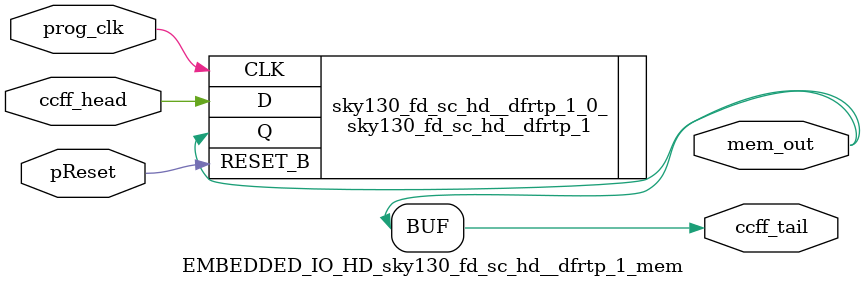
<source format=v>
`timescale 1ns / 1ps

`default_nettype none

// ----- Verilog module for mux_tree_tapbuf_size10_mem -----
module mux_tree_tapbuf_size10_mem(pReset,
                                  prog_clk,
                                  ccff_head,
                                  ccff_tail,
                                  mem_out);
//----- GLOBAL PORTS -----
input [0:0] pReset;
//----- GLOBAL PORTS -----
input [0:0] prog_clk;
//----- INPUT PORTS -----
input [0:0] ccff_head;
//----- OUTPUT PORTS -----
output [0:0] ccff_tail;
//----- OUTPUT PORTS -----
output [0:3] mem_out;

//----- BEGIN wire-connection ports -----
//----- END wire-connection ports -----


//----- BEGIN Registered ports -----
//----- END Registered ports -----



// ----- BEGIN Local short connections -----
// ----- END Local short connections -----
// ----- BEGIN Local output short connections -----
	assign ccff_tail[0] = mem_out[3];
// ----- END Local output short connections -----

	sky130_fd_sc_hd__dfrtp_1 sky130_fd_sc_hd__dfrtp_1_0_ (
		.RESET_B(pReset),
		.CLK(prog_clk),
		.D(ccff_head),
		.Q(mem_out[0]));

	sky130_fd_sc_hd__dfrtp_1 sky130_fd_sc_hd__dfrtp_1_1_ (
		.RESET_B(pReset),
		.CLK(prog_clk),
		.D(mem_out[0]),
		.Q(mem_out[1]));

	sky130_fd_sc_hd__dfrtp_1 sky130_fd_sc_hd__dfrtp_1_2_ (
		.RESET_B(pReset),
		.CLK(prog_clk),
		.D(mem_out[1]),
		.Q(mem_out[2]));

	sky130_fd_sc_hd__dfrtp_1 sky130_fd_sc_hd__dfrtp_1_3_ (
		.RESET_B(pReset),
		.CLK(prog_clk),
		.D(mem_out[2]),
		.Q(mem_out[3]));

endmodule
// ----- END Verilog module for mux_tree_tapbuf_size10_mem -----

//----- Default net type -----
`default_nettype none




//----- Default net type -----
`default_nettype none

// ----- Verilog module for mux_tree_tapbuf_size6_mem -----
module mux_tree_tapbuf_size6_mem(pReset,
                                 prog_clk,
                                 ccff_head,
                                 ccff_tail,
                                 mem_out);
//----- GLOBAL PORTS -----
input [0:0] pReset;
//----- GLOBAL PORTS -----
input [0:0] prog_clk;
//----- INPUT PORTS -----
input [0:0] ccff_head;
//----- OUTPUT PORTS -----
output [0:0] ccff_tail;
//----- OUTPUT PORTS -----
output [0:2] mem_out;

//----- BEGIN wire-connection ports -----
//----- END wire-connection ports -----


//----- BEGIN Registered ports -----
//----- END Registered ports -----



// ----- BEGIN Local short connections -----
// ----- END Local short connections -----
// ----- BEGIN Local output short connections -----
	assign ccff_tail[0] = mem_out[2];
// ----- END Local output short connections -----

	sky130_fd_sc_hd__dfrtp_1 sky130_fd_sc_hd__dfrtp_1_0_ (
		.RESET_B(pReset),
		.CLK(prog_clk),
		.D(ccff_head),
		.Q(mem_out[0]));

	sky130_fd_sc_hd__dfrtp_1 sky130_fd_sc_hd__dfrtp_1_1_ (
		.RESET_B(pReset),
		.CLK(prog_clk),
		.D(mem_out[0]),
		.Q(mem_out[1]));

	sky130_fd_sc_hd__dfrtp_1 sky130_fd_sc_hd__dfrtp_1_2_ (
		.RESET_B(pReset),
		.CLK(prog_clk),
		.D(mem_out[1]),
		.Q(mem_out[2]));

endmodule
// ----- END Verilog module for mux_tree_tapbuf_size6_mem -----

//----- Default net type -----
`default_nettype none




//----- Default net type -----
`default_nettype none

// ----- Verilog module for mux_tree_tapbuf_size2_mem -----
module mux_tree_tapbuf_size2_mem(pReset,
                                 prog_clk,
                                 ccff_head,
                                 ccff_tail,
                                 mem_out);
//----- GLOBAL PORTS -----
input [0:0] pReset;
//----- GLOBAL PORTS -----
input [0:0] prog_clk;
//----- INPUT PORTS -----
input [0:0] ccff_head;
//----- OUTPUT PORTS -----
output [0:0] ccff_tail;
//----- OUTPUT PORTS -----
output [0:1] mem_out;

//----- BEGIN wire-connection ports -----
//----- END wire-connection ports -----


//----- BEGIN Registered ports -----
//----- END Registered ports -----



// ----- BEGIN Local short connections -----
// ----- END Local short connections -----
// ----- BEGIN Local output short connections -----
	assign ccff_tail[0] = mem_out[1];
// ----- END Local output short connections -----

	sky130_fd_sc_hd__dfrtp_1 sky130_fd_sc_hd__dfrtp_1_0_ (
		.RESET_B(pReset),
		.CLK(prog_clk),
		.D(ccff_head),
		.Q(mem_out[0]));

	sky130_fd_sc_hd__dfrtp_1 sky130_fd_sc_hd__dfrtp_1_1_ (
		.RESET_B(pReset),
		.CLK(prog_clk),
		.D(mem_out[0]),
		.Q(mem_out[1]));

endmodule
// ----- END Verilog module for mux_tree_tapbuf_size2_mem -----

//----- Default net type -----
`default_nettype none




//----- Default net type -----
`default_nettype none

// ----- Verilog module for mux_tree_tapbuf_size17_mem -----
module mux_tree_tapbuf_size17_mem(pReset,
                                  prog_clk,
                                  ccff_head,
                                  ccff_tail,
                                  mem_out);
//----- GLOBAL PORTS -----
input [0:0] pReset;
//----- GLOBAL PORTS -----
input [0:0] prog_clk;
//----- INPUT PORTS -----
input [0:0] ccff_head;
//----- OUTPUT PORTS -----
output [0:0] ccff_tail;
//----- OUTPUT PORTS -----
output [0:4] mem_out;

//----- BEGIN wire-connection ports -----
//----- END wire-connection ports -----


//----- BEGIN Registered ports -----
//----- END Registered ports -----



// ----- BEGIN Local short connections -----
// ----- END Local short connections -----
// ----- BEGIN Local output short connections -----
	assign ccff_tail[0] = mem_out[4];
// ----- END Local output short connections -----

	sky130_fd_sc_hd__dfrtp_1 sky130_fd_sc_hd__dfrtp_1_0_ (
		.RESET_B(pReset),
		.CLK(prog_clk),
		.D(ccff_head),
		.Q(mem_out[0]));

	sky130_fd_sc_hd__dfrtp_1 sky130_fd_sc_hd__dfrtp_1_1_ (
		.RESET_B(pReset),
		.CLK(prog_clk),
		.D(mem_out[0]),
		.Q(mem_out[1]));

	sky130_fd_sc_hd__dfrtp_1 sky130_fd_sc_hd__dfrtp_1_2_ (
		.RESET_B(pReset),
		.CLK(prog_clk),
		.D(mem_out[1]),
		.Q(mem_out[2]));

	sky130_fd_sc_hd__dfrtp_1 sky130_fd_sc_hd__dfrtp_1_3_ (
		.RESET_B(pReset),
		.CLK(prog_clk),
		.D(mem_out[2]),
		.Q(mem_out[3]));

	sky130_fd_sc_hd__dfrtp_1 sky130_fd_sc_hd__dfrtp_1_4_ (
		.RESET_B(pReset),
		.CLK(prog_clk),
		.D(mem_out[3]),
		.Q(mem_out[4]));

endmodule
// ----- END Verilog module for mux_tree_tapbuf_size17_mem -----

//----- Default net type -----
`default_nettype none




//----- Default net type -----
`default_nettype none

// ----- Verilog module for mux_tree_tapbuf_size3_mem -----
module mux_tree_tapbuf_size3_mem(pReset,
                                 prog_clk,
                                 ccff_head,
                                 ccff_tail,
                                 mem_out);
//----- GLOBAL PORTS -----
input [0:0] pReset;
//----- GLOBAL PORTS -----
input [0:0] prog_clk;
//----- INPUT PORTS -----
input [0:0] ccff_head;
//----- OUTPUT PORTS -----
output [0:0] ccff_tail;
//----- OUTPUT PORTS -----
output [0:1] mem_out;

//----- BEGIN wire-connection ports -----
//----- END wire-connection ports -----


//----- BEGIN Registered ports -----
//----- END Registered ports -----



// ----- BEGIN Local short connections -----
// ----- END Local short connections -----
// ----- BEGIN Local output short connections -----
	assign ccff_tail[0] = mem_out[1];
// ----- END Local output short connections -----

	sky130_fd_sc_hd__dfrtp_1 sky130_fd_sc_hd__dfrtp_1_0_ (
		.RESET_B(pReset),
		.CLK(prog_clk),
		.D(ccff_head),
		.Q(mem_out[0]));

	sky130_fd_sc_hd__dfrtp_1 sky130_fd_sc_hd__dfrtp_1_1_ (
		.RESET_B(pReset),
		.CLK(prog_clk),
		.D(mem_out[0]),
		.Q(mem_out[1]));

endmodule
// ----- END Verilog module for mux_tree_tapbuf_size3_mem -----

//----- Default net type -----
`default_nettype none




//----- Default net type -----
`default_nettype none

// ----- Verilog module for mux_tree_tapbuf_size16_mem -----
module mux_tree_tapbuf_size16_mem(pReset,
                                  prog_clk,
                                  ccff_head,
                                  ccff_tail,
                                  mem_out);
//----- GLOBAL PORTS -----
input [0:0] pReset;
//----- GLOBAL PORTS -----
input [0:0] prog_clk;
//----- INPUT PORTS -----
input [0:0] ccff_head;
//----- OUTPUT PORTS -----
output [0:0] ccff_tail;
//----- OUTPUT PORTS -----
output [0:4] mem_out;

//----- BEGIN wire-connection ports -----
//----- END wire-connection ports -----


//----- BEGIN Registered ports -----
//----- END Registered ports -----



// ----- BEGIN Local short connections -----
// ----- END Local short connections -----
// ----- BEGIN Local output short connections -----
	assign ccff_tail[0] = mem_out[4];
// ----- END Local output short connections -----

	sky130_fd_sc_hd__dfrtp_1 sky130_fd_sc_hd__dfrtp_1_0_ (
		.RESET_B(pReset),
		.CLK(prog_clk),
		.D(ccff_head),
		.Q(mem_out[0]));

	sky130_fd_sc_hd__dfrtp_1 sky130_fd_sc_hd__dfrtp_1_1_ (
		.RESET_B(pReset),
		.CLK(prog_clk),
		.D(mem_out[0]),
		.Q(mem_out[1]));

	sky130_fd_sc_hd__dfrtp_1 sky130_fd_sc_hd__dfrtp_1_2_ (
		.RESET_B(pReset),
		.CLK(prog_clk),
		.D(mem_out[1]),
		.Q(mem_out[2]));

	sky130_fd_sc_hd__dfrtp_1 sky130_fd_sc_hd__dfrtp_1_3_ (
		.RESET_B(pReset),
		.CLK(prog_clk),
		.D(mem_out[2]),
		.Q(mem_out[3]));

	sky130_fd_sc_hd__dfrtp_1 sky130_fd_sc_hd__dfrtp_1_4_ (
		.RESET_B(pReset),
		.CLK(prog_clk),
		.D(mem_out[3]),
		.Q(mem_out[4]));

endmodule
// ----- END Verilog module for mux_tree_tapbuf_size16_mem -----

//----- Default net type -----
`default_nettype none




//----- Default net type -----
`default_nettype none

// ----- Verilog module for mux_tree_size2_mem -----
module mux_tree_size2_mem(pReset,
                          prog_clk,
                          ccff_head,
                          ccff_tail,
                          mem_out);
//----- GLOBAL PORTS -----
input [0:0] pReset;
//----- GLOBAL PORTS -----
input [0:0] prog_clk;
//----- INPUT PORTS -----
input [0:0] ccff_head;
//----- OUTPUT PORTS -----
output [0:0] ccff_tail;
//----- OUTPUT PORTS -----
output [0:1] mem_out;

//----- BEGIN wire-connection ports -----
//----- END wire-connection ports -----


//----- BEGIN Registered ports -----
//----- END Registered ports -----



// ----- BEGIN Local short connections -----
// ----- END Local short connections -----
// ----- BEGIN Local output short connections -----
	assign ccff_tail[0] = mem_out[1];
// ----- END Local output short connections -----

	sky130_fd_sc_hd__dfrtp_1 sky130_fd_sc_hd__dfrtp_1_0_ (
		.RESET_B(pReset),
		.CLK(prog_clk),
		.D(ccff_head),
		.Q(mem_out[0]));

	sky130_fd_sc_hd__dfrtp_1 sky130_fd_sc_hd__dfrtp_1_1_ (
		.RESET_B(pReset),
		.CLK(prog_clk),
		.D(mem_out[0]),
		.Q(mem_out[1]));

endmodule
// ----- END Verilog module for mux_tree_size2_mem -----

//----- Default net type -----
`default_nettype none




//----- Default net type -----
`default_nettype none

// ----- Verilog module for frac_lut4_sky130_fd_sc_hd__dfrtp_1_mem -----
module frac_lut4_sky130_fd_sc_hd__dfrtp_1_mem(pReset,
                                              prog_clk,
                                              ccff_head,
                                              ccff_tail,
                                              mem_out);
//----- GLOBAL PORTS -----
input [0:0] pReset;
//----- GLOBAL PORTS -----
input [0:0] prog_clk;
//----- INPUT PORTS -----
input [0:0] ccff_head;
//----- OUTPUT PORTS -----
output [0:0] ccff_tail;
//----- OUTPUT PORTS -----
output [0:16] mem_out;

//----- BEGIN wire-connection ports -----
//----- END wire-connection ports -----


//----- BEGIN Registered ports -----
//----- END Registered ports -----



// ----- BEGIN Local short connections -----
// ----- END Local short connections -----
// ----- BEGIN Local output short connections -----
	assign ccff_tail[0] = mem_out[16];
// ----- END Local output short connections -----

	sky130_fd_sc_hd__dfrtp_1 sky130_fd_sc_hd__dfrtp_1_0_ (
		.RESET_B(pReset),
		.CLK(prog_clk),
		.D(ccff_head),
		.Q(mem_out[0]));

	sky130_fd_sc_hd__dfrtp_1 sky130_fd_sc_hd__dfrtp_1_1_ (
		.RESET_B(pReset),
		.CLK(prog_clk),
		.D(mem_out[0]),
		.Q(mem_out[1]));

	sky130_fd_sc_hd__dfrtp_1 sky130_fd_sc_hd__dfrtp_1_2_ (
		.RESET_B(pReset),
		.CLK(prog_clk),
		.D(mem_out[1]),
		.Q(mem_out[2]));

	sky130_fd_sc_hd__dfrtp_1 sky130_fd_sc_hd__dfrtp_1_3_ (
		.RESET_B(pReset),
		.CLK(prog_clk),
		.D(mem_out[2]),
		.Q(mem_out[3]));

	sky130_fd_sc_hd__dfrtp_1 sky130_fd_sc_hd__dfrtp_1_4_ (
		.RESET_B(pReset),
		.CLK(prog_clk),
		.D(mem_out[3]),
		.Q(mem_out[4]));

	sky130_fd_sc_hd__dfrtp_1 sky130_fd_sc_hd__dfrtp_1_5_ (
		.RESET_B(pReset),
		.CLK(prog_clk),
		.D(mem_out[4]),
		.Q(mem_out[5]));

	sky130_fd_sc_hd__dfrtp_1 sky130_fd_sc_hd__dfrtp_1_6_ (
		.RESET_B(pReset),
		.CLK(prog_clk),
		.D(mem_out[5]),
		.Q(mem_out[6]));

	sky130_fd_sc_hd__dfrtp_1 sky130_fd_sc_hd__dfrtp_1_7_ (
		.RESET_B(pReset),
		.CLK(prog_clk),
		.D(mem_out[6]),
		.Q(mem_out[7]));

	sky130_fd_sc_hd__dfrtp_1 sky130_fd_sc_hd__dfrtp_1_8_ (
		.RESET_B(pReset),
		.CLK(prog_clk),
		.D(mem_out[7]),
		.Q(mem_out[8]));

	sky130_fd_sc_hd__dfrtp_1 sky130_fd_sc_hd__dfrtp_1_9_ (
		.RESET_B(pReset),
		.CLK(prog_clk),
		.D(mem_out[8]),
		.Q(mem_out[9]));

	sky130_fd_sc_hd__dfrtp_1 sky130_fd_sc_hd__dfrtp_1_10_ (
		.RESET_B(pReset),
		.CLK(prog_clk),
		.D(mem_out[9]),
		.Q(mem_out[10]));

	sky130_fd_sc_hd__dfrtp_1 sky130_fd_sc_hd__dfrtp_1_11_ (
		.RESET_B(pReset),
		.CLK(prog_clk),
		.D(mem_out[10]),
		.Q(mem_out[11]));

	sky130_fd_sc_hd__dfrtp_1 sky130_fd_sc_hd__dfrtp_1_12_ (
		.RESET_B(pReset),
		.CLK(prog_clk),
		.D(mem_out[11]),
		.Q(mem_out[12]));

	sky130_fd_sc_hd__dfrtp_1 sky130_fd_sc_hd__dfrtp_1_13_ (
		.RESET_B(pReset),
		.CLK(prog_clk),
		.D(mem_out[12]),
		.Q(mem_out[13]));

	sky130_fd_sc_hd__dfrtp_1 sky130_fd_sc_hd__dfrtp_1_14_ (
		.RESET_B(pReset),
		.CLK(prog_clk),
		.D(mem_out[13]),
		.Q(mem_out[14]));

	sky130_fd_sc_hd__dfrtp_1 sky130_fd_sc_hd__dfrtp_1_15_ (
		.RESET_B(pReset),
		.CLK(prog_clk),
		.D(mem_out[14]),
		.Q(mem_out[15]));

	sky130_fd_sc_hd__dfrtp_1 sky130_fd_sc_hd__dfrtp_1_16_ (
		.RESET_B(pReset),
		.CLK(prog_clk),
		.D(mem_out[15]),
		.Q(mem_out[16]));

endmodule
// ----- END Verilog module for frac_lut4_sky130_fd_sc_hd__dfrtp_1_mem -----

//----- Default net type -----
`default_nettype none




//----- Default net type -----
`default_nettype none

// ----- Verilog module for EMBEDDED_IO_HD_sky130_fd_sc_hd__dfrtp_1_mem -----
module EMBEDDED_IO_HD_sky130_fd_sc_hd__dfrtp_1_mem(pReset,
                                                   prog_clk,
                                                   ccff_head,
                                                   ccff_tail,
                                                   mem_out);
//----- GLOBAL PORTS -----
input [0:0] pReset;
//----- GLOBAL PORTS -----
input [0:0] prog_clk;
//----- INPUT PORTS -----
input [0:0] ccff_head;
//----- OUTPUT PORTS -----
output [0:0] ccff_tail;
//----- OUTPUT PORTS -----
output [0:0] mem_out;

//----- BEGIN wire-connection ports -----
//----- END wire-connection ports -----


//----- BEGIN Registered ports -----
//----- END Registered ports -----



// ----- BEGIN Local short connections -----
// ----- END Local short connections -----
// ----- BEGIN Local output short connections -----
	assign ccff_tail[0] = mem_out[0];
// ----- END Local output short connections -----

	sky130_fd_sc_hd__dfrtp_1 sky130_fd_sc_hd__dfrtp_1_0_ (
		.RESET_B(pReset),
		.CLK(prog_clk),
		.D(ccff_head),
		.Q(mem_out));

endmodule
// ----- END Verilog module for EMBEDDED_IO_HD_sky130_fd_sc_hd__dfrtp_1_mem -----

//----- Default net type -----
`default_nettype none





</source>
